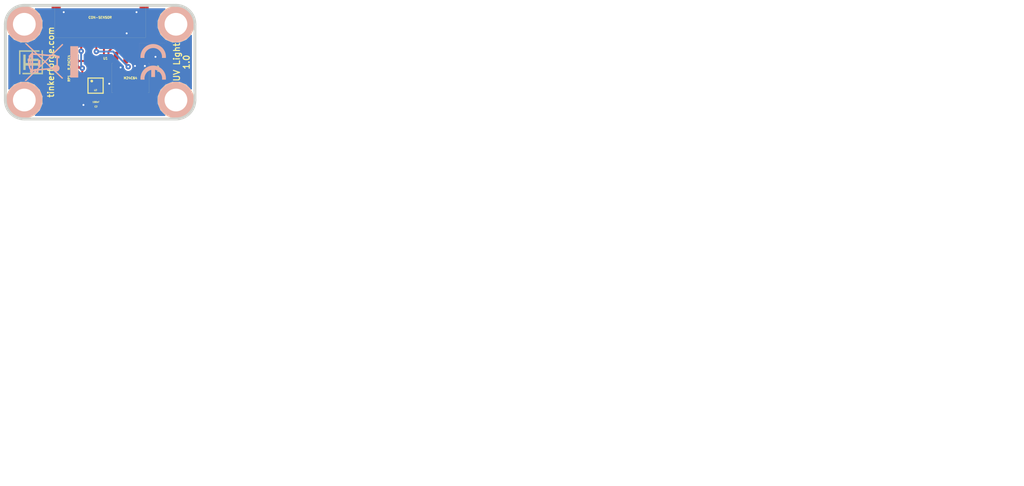
<source format=kicad_pcb>
(kicad_pcb (version 4) (host pcbnew "(2015-03-18 BZR 5525)-product")
  (title_block (title "Ambient Light Bricklet") (date "Do 02 Apr 2015") (rev 2.0) (company Tinkerforge) (comment 1 "Licensed under CERN OHL v.1.1") (comment 2 "Copyright (©) 2015, B.Nordmeyer <bastian@tinkerforge.com>"))
  (layers (0 F.Cu signal) (31 B.Cu signal) (34 B.Paste user) (35 F.Paste user) (36 B.SilkS user) (37 F.SilkS user) (38 B.Mask user) (39 F.Mask user) (44 Edge.Cuts user))
  (net 0 "")
  (net 1 GND)
  (net 2 VCC)
  (net 3 SCL)
  (net 4 SDA)
  (net 5 "Net-(P1-Pad6)")
  (net 6 "Net-(P1-Pad7)")
  (net 7 "Net-(P1-Pad8)")
  (net 8 "Net-(P1-Pad9)")
  (module kicad-libraries:0603 (layer F.Cu) (at 149.7 94.8 270)
    (fp_text reference C1 (at 0.05 0.225 270) (layer F.SilkS) (effects (font (size 0.2 0.2) (thickness 0.05))))
    (fp_text value 100nF (at 0.05 -0.375 270) (layer F.SilkS) (effects (font (size 0.2 0.2) (thickness 0.05))))
    (pad 1 smd rect (at -0.8001 0 270) (size 0.8001 0.8001) (layers F.Cu F.Paste F.Mask) (net 1 GND))
    (pad 2 smd rect (at 0.8001 0 270) (size 0.8001 0.8001) (layers F.Cu F.Paste F.Mask) (net 2 VCC))
  )
  (module kicad-libraries:0603 (layer F.Cu) (at 141.8 99.65)
    (fp_text reference C2 (at 0.05 0.225) (layer F.SilkS) (effects (font (size 0.2 0.2) (thickness 0.05))))
    (fp_text value 100nF (at 0.05 -0.375) (layer F.SilkS) (effects (font (size 0.2 0.2) (thickness 0.05))))
    (pad 1 smd rect (at -0.8001 0) (size 0.8001 0.8001) (layers F.Cu F.Paste F.Mask) (net 1 GND))
    (pad 2 smd rect (at 0.8001 0) (size 0.8001 0.8001) (layers F.Cu F.Paste F.Mask) (net 2 VCC))
  )
  (module kicad-libraries:CON-SENSOR (layer F.Cu) (at 142.4 86.5 180)
    (fp_text reference P1 (at 9.05 -2.9 180) (layer F.SilkS) (effects (font (size 0.59944 0.59944) (thickness 0.12446))))
    (fp_text value CON-SENSOR (at 0 -1.6002 180) (layer F.SilkS) (effects (font (size 0.29972 0.29972) (thickness 0.07112))))
    (pad 1 smd rect (at -4.50088 -4.7752 180) (size 0.59944 1.5494) (layers F.Cu F.Paste F.Mask))
    (pad 2 smd rect (at -3.50012 -4.7752 180) (size 0.59944 1.5494) (layers F.Cu F.Paste F.Mask) (net 1 GND))
    (pad 3 smd rect (at -2.49936 -4.7752 180) (size 0.59944 1.5494) (layers F.Cu F.Paste F.Mask) (net 2 VCC))
    (pad 4 smd rect (at -1.50114 -4.7752 180) (size 0.59944 1.5494) (layers F.Cu F.Paste F.Mask) (net 3 SCL))
    (pad 5 smd rect (at -0.50038 -4.7752 180) (size 0.59944 1.5494) (layers F.Cu F.Paste F.Mask) (net 4 SDA))
    (pad 6 smd rect (at 0.50038 -4.7752 180) (size 0.59944 1.5494) (layers F.Cu F.Paste F.Mask) (net 5 "Net-(P1-Pad6)"))
    (pad 7 smd rect (at 1.50114 -4.7752 180) (size 0.59944 1.5494) (layers F.Cu F.Paste F.Mask) (net 6 "Net-(P1-Pad7)"))
    (pad 8 smd rect (at 2.49936 -4.7752 180) (size 0.59944 1.5494) (layers F.Cu F.Paste F.Mask) (net 7 "Net-(P1-Pad8)"))
    (pad 9 smd rect (at 3.50012 -4.7752 180) (size 0.59944 1.5494) (layers F.Cu F.Paste F.Mask) (net 8 "Net-(P1-Pad9)"))
    (pad 10 smd rect (at 4.50088 -4.7752 180) (size 0.59944 1.5494) (layers F.Cu F.Paste F.Mask))
    (pad EP smd rect (at -5.79882 -0.89916 180) (size 1.19888 1.80086) (layers F.Cu F.Paste F.Mask) (net 1 GND))
    (pad EP smd rect (at 5.79882 -0.89916 180) (size 1.19888 1.80086) (layers F.Cu F.Paste F.Mask) (net 1 GND))
  )
  (module kicad-libraries:DRILL_NP (layer F.Cu) (at 152.4 99)
    (fp_text reference U3 hide)
    (fp_text value DRILL hide)
    (pad "" np_thru_hole circle (at 0 0) (size 2.99974 2.99974) (drill 2.99974) (layers *.Cu *.Mask F.SilkS) (clearance 0.89916))
  )
  (module kicad-libraries:DRILL_NP (layer F.Cu) (at 132.4 89)
    (fp_text reference U4 hide)
    (fp_text value DRILL hide)
    (pad "" np_thru_hole circle (at 0 0) (size 2.99974 2.99974) (drill 2.99974) (layers *.Cu *.Mask F.SilkS) (clearance 0.89916))
  )
  (module kicad-libraries:DRILL_NP (layer F.Cu) (at 132.4 99)
    (fp_text reference U5 hide)
    (fp_text value DRILL hide)
    (pad "" np_thru_hole circle (at 0 0) (size 2.99974 2.99974) (drill 2.99974) (layers *.Cu *.Mask F.SilkS) (clearance 0.89916))
  )
  (module kicad-libraries:DRILL_NP (layer F.Cu) (at 152.4 89)
    (fp_text reference U6 hide)
    (fp_text value DRILL hide)
    (pad "" np_thru_hole circle (at 0 0) (size 2.99974 2.99974) (drill 2.99974) (layers *.Cu *.Mask F.SilkS) (clearance 0.89916))
  )
  (module kicad-libraries:SOIC8 (layer F.Cu) (at 146.4 96.1 180)
    (fp_text reference U1 (at 3.29946 2.60096 180) (layer F.SilkS) (effects (font (size 0.29972 0.29972) (thickness 0.0762))))
    (fp_text value M24C64 (at 0 0 180) (layer F.SilkS) (effects (font (size 0.29972 0.29972) (thickness 0.0762))))
    (pad 1 smd rect (at -1.90246 2.69748) (size 0.59944 1.5494) (layers F.Cu F.Paste F.Mask) (net 1 GND))
    (pad 2 smd rect (at -0.63246 2.69748) (size 0.59944 1.5494) (layers F.Cu F.Paste F.Mask) (net 1 GND))
    (pad 3 smd rect (at 0.63246 2.69748) (size 0.59944 1.5494) (layers F.Cu F.Paste F.Mask) (net 5 "Net-(P1-Pad6)"))
    (pad 4 smd rect (at 1.90246 2.69748) (size 0.59944 1.5494) (layers F.Cu F.Paste F.Mask) (net 1 GND))
    (pad 5 smd rect (at 1.90246 -2.69748 180) (size 0.59944 1.5494) (layers F.Cu F.Paste F.Mask) (net 4 SDA))
    (pad 6 smd rect (at 0.63246 -2.69748 180) (size 0.59944 1.5494) (layers F.Cu F.Paste F.Mask) (net 3 SCL))
    (pad 7 smd rect (at -0.63246 -2.69748 180) (size 0.59944 1.5494) (layers F.Cu F.Paste F.Mask))
    (pad 8 smd rect (at -1.90246 -2.69748 180) (size 0.59944 1.5494) (layers F.Cu F.Paste F.Mask) (net 2 VCC))
  )
  (module kicad-libraries:Logo_31x31 (layer F.Cu) (at 131.7 95.6 90)
    (fp_text reference G*** hide)
    (fp_text value Logo_31x31 hide)
  )
  (module kicad-libraries:WEEE_7mm_back (layer B.Cu) (at 136 94 90)
    (fp_text reference VAL hide)
    (fp_text value WEEE_7mm_back hide)
  )
  (module kicad-libraries:CE_5mm (layer B.Cu) (at 149.4 94 270)
    (fp_text reference VAL hide)
    (fp_text value CE_5mm hide)
  )
  (module kicad-libraries:Fiducial_Mark (layer F.Cu) (at 136.9 100)
    (fp_text reference Fiducial_Mark hide)
    (fp_text value VAL** hide)
    (pad 1 smd circle (at 0 0) (size 1.00076 1.00076) (layers F.Cu F.Mask) (clearance 0.65024))
  )
  (module kicad-libraries:Fiducial_Mark (layer F.Cu) (at 145.4 88)
    (fp_text reference Fiducial_Mark hide)
    (fp_text value VAL** hide)
    (pad 1 smd circle (at 0 0) (size 1.00076 1.00076) (layers F.Cu F.Mask) (clearance 0.65024))
  )
  (module kicad-libraries:0603X4 (layer F.Cu) (at 138.3 95.05 90)
    (fp_text reference RP1 (at -1.1 0 90) (layer F.SilkS) (effects (font (size 0.29972 0.29972) (thickness 0.0762))))
    (fp_text value R_PACK4 (at 1.00076 0 90) (layer F.SilkS) (effects (font (size 0.29972 0.29972) (thickness 0.0762))))
    (pad 1 smd rect (at 1.19888 -0.8509 90) (size 0.44958 0.89916) (layers F.Cu F.Paste F.Mask) (net 2 VCC))
    (pad 2 smd rect (at 0.39878 -0.8509 90) (size 0.44958 0.89916) (layers F.Cu F.Paste F.Mask) (net 2 VCC))
    (pad 3 smd rect (at -0.39878 -0.8509 90) (size 0.44958 0.89916) (layers F.Cu F.Paste F.Mask) (net 2 VCC))
    (pad 4 smd rect (at -1.19888 -0.8509 90) (size 0.44958 0.89916) (layers F.Cu F.Paste F.Mask) (net 2 VCC))
    (pad 5 smd rect (at -1.19888 0.8509 90) (size 0.44958 0.89916) (layers F.Cu F.Paste F.Mask) (net 8 "Net-(P1-Pad9)"))
    (pad 6 smd rect (at -0.39878 0.8509 90) (size 0.44958 0.89916) (layers F.Cu F.Paste F.Mask))
    (pad 7 smd rect (at 0.39878 0.8509 90) (size 0.44958 0.89916) (layers F.Cu F.Paste F.Mask) (net 7 "Net-(P1-Pad8)"))
    (pad 8 smd rect (at 1.19888 0.8509 90) (size 0.44958 0.89916) (layers F.Cu F.Paste F.Mask) (net 6 "Net-(P1-Pad7)"))
  )
  (module kicad-libraries:QFN-10 (layer F.Cu) (at 141.8 97.1)
    (fp_text reference U2 (at 0 0.6) (layer F.SilkS) (effects (font (size 0.2 0.2) (thickness 0.05))))
    (fp_text value Si1132)
    (pad 1 smd rect (at -0.95 -0.75) (size 0.8 0.3) (layers F.Cu F.Paste F.Mask) (net 6 "Net-(P1-Pad7)"))
    (pad 2 smd rect (at -0.95 -0.25) (size 0.8 0.3) (layers F.Cu F.Paste F.Mask) (net 7 "Net-(P1-Pad8)"))
    (pad 3 smd rect (at -0.95 0.25) (size 0.8 0.3) (layers F.Cu F.Paste F.Mask) (net 2 VCC))
    (pad 4 smd rect (at -0.95 0.75) (size 0.8 0.3) (layers F.Cu F.Paste F.Mask) (net 8 "Net-(P1-Pad9)"))
    (pad 5 smd rect (at 0 0.95) (size 0.3 0.8) (layers F.Cu F.Paste F.Mask))
    (pad 6 smd rect (at 0.95 0.75) (size 0.8 0.3) (layers F.Cu F.Paste F.Mask) (net 2 VCC))
    (pad 7 smd rect (at 0.95 0.25) (size 0.8 0.3) (layers F.Cu F.Paste F.Mask) (net 2 VCC))
    (pad 8 smd rect (at 0.95 -0.25) (size 0.8 0.3) (layers F.Cu F.Paste F.Mask) (net 1 GND))
    (pad 9 smd rect (at 0.95 -0.75) (size 0.8 0.3) (layers F.Cu F.Paste F.Mask) (net 2 VCC))
    (pad 10 smd rect (at 0 -0.95) (size 0.3 0.8) (layers F.Cu F.Paste F.Mask))
  )
  (gr_text "UV Light\n1.0" (at 153.15 94 90) (layer F.SilkS) (effects (font (size 0.8 0.8))))
  (gr_text tinkerforge.com (at 135.9 94 90) (layer F.SilkS) (effects (font (size 0.8 0.8))))
  (gr_line (start 132.4 101.5) (end 152.4 101.5) (angle 90) (layer Edge.Cuts) (width 0.381))
  (gr_line (start 129.9 89) (end 129.9 99) (angle 90) (layer Edge.Cuts) (width 0.381))
  (gr_line (start 152.4 86.5) (end 132.4 86.5) (angle 90) (layer Edge.Cuts) (width 0.381))
  (gr_line (start 154.9 99) (end 154.9 89) (angle 90) (layer Edge.Cuts) (width 0.381))
  (gr_arc (start 152.4 99) (end 154.9 99) (angle 90) (layer Edge.Cuts) (width 0.381))
  (gr_arc (start 132.4 99) (end 132.4 101.5) (angle 90) (layer Edge.Cuts) (width 0.381))
  (gr_arc (start 132.4 89) (end 129.9 89) (angle 90) (layer Edge.Cuts) (width 0.381))
  (gr_arc (start 152.4 89) (end 152.4 86.5) (angle 90) (layer Edge.Cuts) (width 0.381))
  (via (at 145.1 94.7) (size 0.7) (layers F.Cu B.Cu) (net 1))
  (segment (start 144.49754 94.09754) (end 145.1 94.7) (width 0.25) (layer F.Cu) (net 1))
  (segment (start 144.49754 93.40252) (end 144.49754 94.09754) (width 0.25) (layer F.Cu) (net 1))
  (segment (start 149.5 93.3) (end 148.3 94.5) (width 0.25) (layer B.Cu) (net 1))
  (segment (start 148.30246 94.49754) (end 148.30246 93.40252) (width 0.25) (layer F.Cu) (net 1))
  (via (at 148.3 94.5) (size 0.7) (layers F.Cu B.Cu) (net 1))
  (segment (start 148.30246 94.49754) (end 148.3 94.5) (width 0.25) (layer F.Cu) (net 1))
  (segment (start 149.7 93.9999) (end 149.7 93.3) (width 0.25) (layer F.Cu) (net 1))
  (via (at 149.7 93.3) (size 0.7) (layers F.Cu B.Cu) (net 1))
  (segment (start 149.7 93.3) (end 149.5 93.3) (width 0.25) (layer B.Cu) (net 1))
  (segment (start 147.03246 94.46754) (end 147.03246 93.40252) (width 0.25) (layer F.Cu) (net 1))
  (via (at 147 94.5) (size 0.7) (layers F.Cu B.Cu) (net 1))
  (segment (start 147.03246 94.46754) (end 147 94.5) (width 0.25) (layer F.Cu) (net 1))
  (segment (start 148.3 94.5) (end 147 94.5) (width 0.25) (layer B.Cu) (net 1))
  (segment (start 147 95.2) (end 146.8 95.4) (width 0.25) (layer B.Cu) (net 1))
  (segment (start 146.8 95.4) (end 145.8 95.4) (width 0.25) (layer B.Cu) (net 1))
  (segment (start 145.8 95.4) (end 145.1 94.7) (width 0.25) (layer B.Cu) (net 1))
  (segment (start 147 94.5) (end 147 95.2) (width 0.25) (layer B.Cu) (net 1))
  (segment (start 149 93.3) (end 145.9 90.2) (width 0.25) (layer B.Cu) (net 1))
  (segment (start 145.90012 90.20012) (end 145.90012 91.2752) (width 0.25) (layer F.Cu) (net 1))
  (via (at 145.9 90.2) (size 0.7) (layers F.Cu B.Cu) (net 1))
  (segment (start 145.90012 90.20012) (end 145.9 90.2) (width 0.25) (layer F.Cu) (net 1))
  (segment (start 149.7 93.3) (end 149 93.3) (width 0.25) (layer B.Cu) (net 1))
  (segment (start 145.9 88.7) (end 147.2 87.4) (width 0.25) (layer B.Cu) (net 1))
  (via (at 147.2 87.4) (size 0.7) (layers F.Cu B.Cu) (net 1))
  (segment (start 147.2 87.4) (end 147.20084 87.39916) (width 0.25) (layer F.Cu) (net 1))
  (segment (start 147.20084 87.39916) (end 148.19882 87.39916) (width 0.25) (layer F.Cu) (net 1))
  (segment (start 145.9 90.2) (end 145.9 88.7) (width 0.25) (layer B.Cu) (net 1))
  (via (at 137.6 87.4) (size 0.7) (layers F.Cu B.Cu) (net 1))
  (segment (start 137.6 87.4) (end 137.59916 87.39916) (width 0.25) (layer F.Cu) (net 1))
  (segment (start 137.59916 87.39916) (end 136.60118 87.39916) (width 0.25) (layer F.Cu) (net 1))
  (segment (start 147.2 87.4) (end 137.6 87.4) (width 0.25) (layer B.Cu) (net 1))
  (via (at 143.6 96.85) (size 0.7) (layers F.Cu B.Cu) (net 1))
  (segment (start 142.75 96.85) (end 143.6 96.85) (width 0.25) (layer F.Cu) (net 1))
  (via (at 140.2 99.65) (size 0.7) (layers F.Cu B.Cu) (net 1))
  (segment (start 140.9999 99.65) (end 140.2 99.65) (width 0.25) (layer F.Cu) (net 1))
  (segment (start 136.35 95.25) (end 136.35 90.8) (width 0.25) (layer F.Cu) (net 2))
  (segment (start 144.3 89.3) (end 145.05 90.05) (width 0.25) (layer F.Cu) (net 2))
  (segment (start 137.85 89.3) (end 144.3 89.3) (width 0.25) (layer F.Cu) (net 2))
  (segment (start 136.35 90.8) (end 137.85 89.3) (width 0.25) (layer F.Cu) (net 2))
  (segment (start 136.425 95.675) (end 136.425 96.275) (width 0.25) (layer F.Cu) (net 2))
  (segment (start 141.5501 100.7) (end 142.6001 99.65) (width 0.25) (layer F.Cu) (net 2))
  (segment (start 139.85 100.7) (end 141.5501 100.7) (width 0.25) (layer F.Cu) (net 2))
  (segment (start 139 99.85) (end 139.85 100.7) (width 0.25) (layer F.Cu) (net 2))
  (segment (start 139 98.85) (end 139 99.85) (width 0.25) (layer F.Cu) (net 2))
  (segment (start 136.425 96.275) (end 139 98.85) (width 0.25) (layer F.Cu) (net 2))
  (segment (start 137.4491 95.44878) (end 136.65122 95.44878) (width 0.25) (layer F.Cu) (net 2))
  (segment (start 136.65122 95.44878) (end 136.425 95.675) (width 0.25) (layer F.Cu) (net 2))
  (segment (start 136.425 95.675) (end 136.35 95.75) (width 0.25) (layer F.Cu) (net 2))
  (segment (start 137.4491 94.65122) (end 136.60122 94.65122) (width 0.25) (layer F.Cu) (net 2))
  (segment (start 136.35 94.4) (end 136.35 94.3) (width 0.25) (layer F.Cu) (net 2))
  (segment (start 136.60122 94.65122) (end 136.35 94.4) (width 0.25) (layer F.Cu) (net 2))
  (segment (start 137.4491 96.24888) (end 136.84888 96.24888) (width 0.25) (layer F.Cu) (net 2))
  (segment (start 136.79888 93.85112) (end 137.4491 93.85112) (width 0.25) (layer F.Cu) (net 2))
  (segment (start 136.35 94.3) (end 136.35 94.3) (width 0.25) (layer F.Cu) (net 2))
  (segment (start 136.35 94.3) (end 136.79888 93.85112) (width 0.25) (layer F.Cu) (net 2))
  (segment (start 136.35 95.75) (end 136.35 95.25) (width 0.25) (layer F.Cu) (net 2))
  (segment (start 136.35 95.25) (end 136.35 94.3) (width 0.25) (layer F.Cu) (net 2))
  (segment (start 136.84888 96.24888) (end 136.35 95.75) (width 0.25) (layer F.Cu) (net 2))
  (segment (start 148.30246 97.79754) (end 149.7 96.4) (width 0.25) (layer F.Cu) (net 2))
  (segment (start 149.7 96.4) (end 149.7 95.6001) (width 0.25) (layer F.Cu) (net 2))
  (segment (start 148.30246 98.79748) (end 148.30246 97.79754) (width 0.25) (layer F.Cu) (net 2))
  (segment (start 144.89936 90.20064) (end 144.9 90.2) (width 0.25) (layer F.Cu) (net 2))
  (segment (start 145.05 90.05) (end 144.9 90.2) (width 0.25) (layer F.Cu) (net 2))
  (segment (start 144.89936 91.2752) (end 144.89936 90.20064) (width 0.25) (layer F.Cu) (net 2))
  (segment (start 150.3999 95.6001) (end 150.8 95.2) (width 0.25) (layer F.Cu) (net 2))
  (segment (start 149.7 95.6001) (end 150.3999 95.6001) (width 0.25) (layer F.Cu) (net 2))
  (segment (start 145.6 89.5) (end 145.05 90.05) (width 0.25) (layer F.Cu) (net 2))
  (segment (start 147.7 89.5) (end 145.6 89.5) (width 0.25) (layer F.Cu) (net 2))
  (segment (start 150.8 92.6) (end 147.7 89.5) (width 0.25) (layer F.Cu) (net 2))
  (segment (start 150.8 95.2) (end 150.8 92.6) (width 0.25) (layer F.Cu) (net 2))
  (segment (start 142.6001 98.9499) (end 142.6001 99.65) (width 0.25) (layer F.Cu) (net 2))
  (segment (start 143.95 97.6) (end 142.6001 98.9499) (width 0.25) (layer F.Cu) (net 2))
  (segment (start 144.4 97.15) (end 143.95 97.6) (width 0.25) (layer F.Cu) (net 2))
  (segment (start 144.4 96.65) (end 144.4 97.15) (width 0.25) (layer F.Cu) (net 2))
  (segment (start 143.9 96.15) (end 144.4 96.65) (width 0.25) (layer F.Cu) (net 2))
  (segment (start 143.3 96.15) (end 143.9 96.15) (width 0.25) (layer F.Cu) (net 2))
  (segment (start 143.1 96.35) (end 143.3 96.15) (width 0.25) (layer F.Cu) (net 2))
  (segment (start 142.75 96.35) (end 143.1 96.35) (width 0.25) (layer F.Cu) (net 2))
  (segment (start 143.35 97.6) (end 143.95 97.6) (width 0.25) (layer F.Cu) (net 2))
  (segment (start 143.1 97.35) (end 143.35 97.6) (width 0.25) (layer F.Cu) (net 2))
  (segment (start 142.75 97.35) (end 143.1 97.35) (width 0.25) (layer F.Cu) (net 2))
  (segment (start 143.1 97.85) (end 143.35 97.6) (width 0.25) (layer F.Cu) (net 2))
  (segment (start 142.75 97.85) (end 143.1 97.85) (width 0.25) (layer F.Cu) (net 2))
  (segment (start 141.45 97.35) (end 141.6 97.2) (width 0.25) (layer F.Cu) (net 2))
  (segment (start 141.6 97.2) (end 142 97.2) (width 0.25) (layer F.Cu) (net 2))
  (segment (start 142 97.2) (end 142.15 97.35) (width 0.25) (layer F.Cu) (net 2))
  (segment (start 142.15 97.35) (end 142.75 97.35) (width 0.25) (layer F.Cu) (net 2))
  (segment (start 140.85 97.35) (end 141.45 97.35) (width 0.25) (layer F.Cu) (net 2))
  (segment (start 143.90114 92.19886) (end 143.5 92.6) (width 0.25) (layer F.Cu) (net 3))
  (segment (start 143.5 92.6) (end 143.5 94.1) (width 0.25) (layer F.Cu) (net 3))
  (segment (start 143.5 94.1) (end 145.76754 96.36754) (width 0.25) (layer F.Cu) (net 3))
  (segment (start 145.76754 96.36754) (end 145.76754 98.79748) (width 0.25) (layer F.Cu) (net 3))
  (segment (start 143.90114 91.2752) (end 143.90114 92.19886) (width 0.25) (layer F.Cu) (net 3))
  (segment (start 142.90038 94.50038) (end 142.90038 91.2752) (width 0.25) (layer F.Cu) (net 4))
  (segment (start 144.49754 97.85246) (end 144.95 97.4) (width 0.25) (layer F.Cu) (net 4))
  (segment (start 144.95 97.4) (end 144.95 96.55) (width 0.25) (layer F.Cu) (net 4))
  (segment (start 144.95 96.55) (end 142.90038 94.50038) (width 0.25) (layer F.Cu) (net 4))
  (segment (start 144.49754 98.79748) (end 144.49754 97.85246) (width 0.25) (layer F.Cu) (net 4))
  (segment (start 145.76754 94.26754) (end 146.1 94.6) (width 0.25) (layer F.Cu) (net 5))
  (via (at 146.1 94.6) (size 0.7) (layers F.Cu B.Cu) (net 5))
  (segment (start 146.1 94.6) (end 144.1 92.6) (width 0.25) (layer B.Cu) (net 5))
  (segment (start 144.1 92.6) (end 141.9 92.6) (width 0.25) (layer B.Cu) (net 5))
  (via (at 141.9 92.6) (size 0.7) (layers F.Cu B.Cu) (net 5))
  (segment (start 141.9 92.6) (end 141.89962 92.59962) (width 0.25) (layer F.Cu) (net 5))
  (segment (start 141.89962 92.59962) (end 141.89962 91.2752) (width 0.25) (layer F.Cu) (net 5))
  (segment (start 145.76754 93.40252) (end 145.76754 94.26754) (width 0.25) (layer F.Cu) (net 5))
  (segment (start 140.89886 91.2752) (end 140.89886 91.90114) (width 0.25) (layer F.Cu) (net 6))
  (segment (start 140.85 94.25) (end 140.45112 93.85112) (width 0.25) (layer F.Cu) (net 6))
  (segment (start 140.45112 93.85112) (end 139.1509 93.85112) (width 0.25) (layer F.Cu) (net 6))
  (segment (start 140.85 96.35) (end 140.85 94.25) (width 0.25) (layer F.Cu) (net 6))
  (segment (start 140.89886 94.20114) (end 140.85 94.25) (width 0.25) (layer F.Cu) (net 6))
  (segment (start 140.89886 91.2752) (end 140.89886 94.20114) (width 0.25) (layer F.Cu) (net 6))
  (segment (start 139.90064 91.2752) (end 139.90064 91.89936) (width 0.25) (layer F.Cu) (net 7))
  (segment (start 140.25 96.85) (end 140.05 96.65) (width 0.25) (layer F.Cu) (net 7))
  (segment (start 140.05 96.65) (end 140.05 95.1) (width 0.25) (layer F.Cu) (net 7))
  (segment (start 140.05 95.1) (end 139.60122 94.65122) (width 0.25) (layer F.Cu) (net 7))
  (segment (start 139.60122 94.65122) (end 139.1509 94.65122) (width 0.25) (layer F.Cu) (net 7))
  (segment (start 140.85 96.85) (end 140.25 96.85) (width 0.25) (layer F.Cu) (net 7))
  (via (at 140.05 94.8) (size 0.7) (layers F.Cu B.Cu) (net 7))
  (segment (start 140.05 94.8) (end 139.9 94.65) (width 0.25) (layer B.Cu) (net 7))
  (segment (start 139.9 94.65) (end 139.9 92.55) (width 0.25) (layer B.Cu) (net 7))
  (via (at 139.9 92.55) (size 0.7) (layers F.Cu B.Cu) (net 7))
  (segment (start 139.9 92.55) (end 139.90064 92.54936) (width 0.25) (layer F.Cu) (net 7))
  (segment (start 139.90064 92.54936) (end 139.90064 91.2752) (width 0.25) (layer F.Cu) (net 7))
  (segment (start 140.05 95.1) (end 140.05 94.8) (width 0.25) (layer F.Cu) (net 7))
  (segment (start 139.9 97.85) (end 139.1509 97.1009) (width 0.25) (layer F.Cu) (net 8))
  (segment (start 139.1509 97.1009) (end 139.1509 96.24888) (width 0.25) (layer F.Cu) (net 8))
  (segment (start 140.85 97.85) (end 139.9 97.85) (width 0.25) (layer F.Cu) (net 8))
  (segment (start 138.49888 96.24888) (end 138.35 96.1) (width 0.25) (layer F.Cu) (net 8))
  (segment (start 138.35 96.1) (end 138.35 93.05) (width 0.25) (layer F.Cu) (net 8))
  (segment (start 138.35 93.05) (end 138.89988 92.50012) (width 0.25) (layer F.Cu) (net 8))
  (segment (start 138.89988 92.50012) (end 138.89988 91.2752) (width 0.25) (layer F.Cu) (net 8))
  (segment (start 139.1509 96.24888) (end 138.49888 96.24888) (width 0.25) (layer F.Cu) (net 8))
  (zone (net 1) (net_name GND) (layer B.Cu) (connect_pads (clearance 0.2)) (min_thickness 0.15) (fill yes (arc_segments 16) (thermal_gap 0) (thermal_bridge_width 0.2))
    (polygon (pts (xy 129.9 86.5) (xy 154.9 86.5) (xy 154.9 101.5) (xy 129.9 101.5)))
  )
)
</source>
